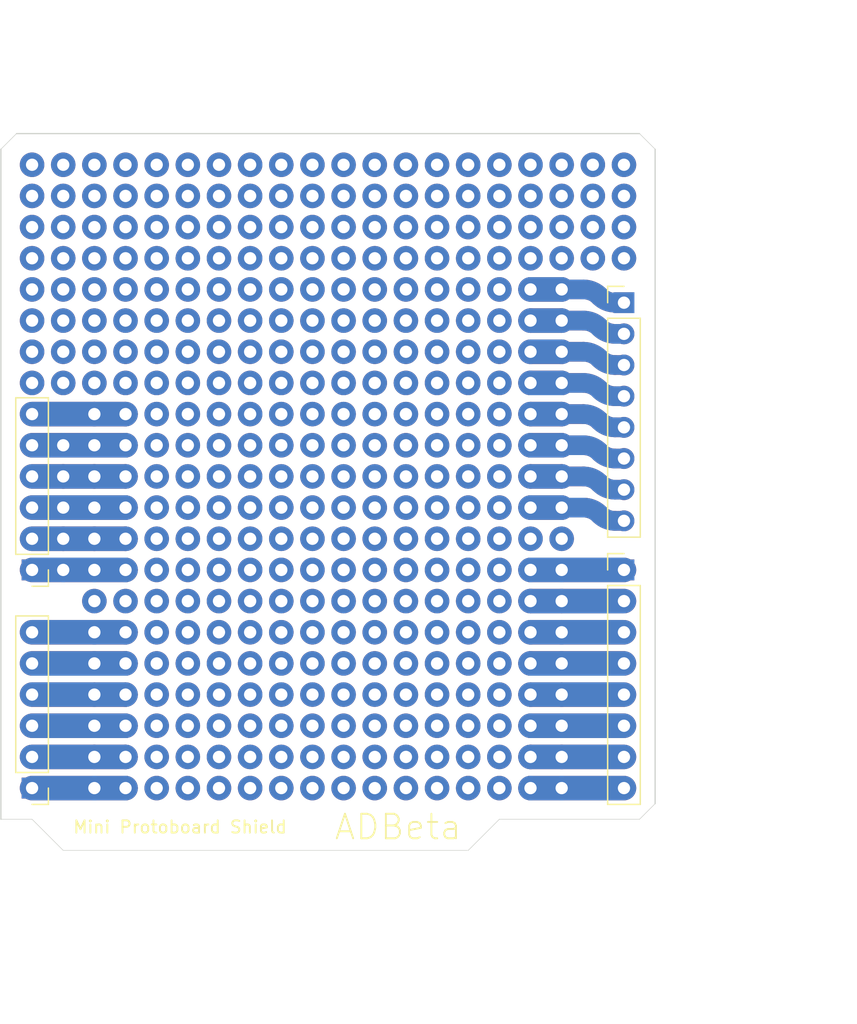
<source format=kicad_pcb>
(kicad_pcb (version 20211014) (generator pcbnew)
  (layers (0 "F.Cu" signal) (31 "B.Cu" signal) (34 "B.Paste" user) (35 "F.Paste" user) (36 "B.SilkS" user "B.Silkscreen") (37 "F.SilkS" user "F.Silkscreen") (38 "B.Mask" user) (39 "F.Mask" user) (44 "Edge.Cuts" user))
  (net 0 "")
  (net 1 "RST")
  (net 2 "3v3")
  (net 3 "5v")
  (net 4 "GND")
  (net 5 "VIN")
  (net 6 "A5")
  (net 7 "A4")
  (net 8 "A3")
  (net 9 "A2")
  (net 10 "A1")
  (net 11 "A0")
  (net 12 "8")
  (net 13 "9")
  (net 14 "10")
  (net 15 "11")
  (net 16 "12")
  (net 17 "13")
  (net 18 "AREF")
  (net 19 "7")
  (net 20 "6")
  (net 21 "5")
  (net 22 "4")
  (net 23 "3")
  (net 24 "2")
  (net 25 "TX")
  (net 26 "RX")
  (net 27 "GND2")
  (net 28 "GND3")
  (footprint "Lib_Custom:BasicHole" (layer "F.Cu") (at 111.76 60.96)
    (fp_text reference "J25" hide)
    (fp_text value "Hole" hide)
  )
  (footprint "Lib_Custom:BasicHole" (layer "F.Cu") (at 109.22 63.5)
    (fp_text reference "J26" hide)
    (fp_text value "Hole" hide)
  )
  (footprint "Lib_Custom:BasicHole" (layer "F.Cu") (at 109.22 66.04)
    (fp_text reference "J27" hide)
    (fp_text value "Hole" hide)
  )
  (footprint "Lib_Custom:BasicHole" (layer "F.Cu") (at 109.22 68.58)
    (fp_text reference "J28" hide)
    (fp_text value "Hole" hide)
  )
  (footprint "Lib_Custom:BasicHole" (layer "F.Cu") (at 109.22 71.12)
    (fp_text reference "J29" hide)
    (fp_text value "Hole" hide)
  )
  (footprint "Lib_Custom:BasicHole" (layer "F.Cu") (at 109.22 73.66)
    (fp_text reference "J30" hide)
    (fp_text value "Hole" hide)
  )
  (footprint "Lib_Custom:BasicHole" (layer "F.Cu") (at 109.22 78.74)
    (fp_text reference "J3" hide)
    (fp_text value "Hole" hide)
  )
  (footprint "Lib_Custom:BasicHole" (layer "F.Cu") (at 109.22 81.28)
    (fp_text reference "J4" hide)
    (fp_text value "Hole" hide)
  )
  (footprint "Lib_Custom:BasicHole" (layer "F.Cu") (at 109.22 83.82)
    (fp_text reference "J5" hide)
    (fp_text value "Hole" hide)
  )
  (footprint "Lib_Custom:BasicHole" (layer "F.Cu") (at 109.22 86.36)
    (fp_text reference "J6" hide)
    (fp_text value "Hole" hide)
  )
  (footprint "Lib_Custom:BasicHole" (layer "F.Cu") (at 109.22 88.9)
    (fp_text reference "J7" hide)
    (fp_text value "Hole" hide)
  )
  (footprint "Lib_Custom:BasicHole" (layer "F.Cu") (at 109.22 91.44)
    (fp_text reference "J8" hide)
    (fp_text value "Hole" hide)
  )
  (footprint "Lib_Custom:BasicHole" (layer "F.Cu") (at 109.22 60.96)
    (fp_text reference "J31" hide)
    (fp_text value "Hole" hide)
  )
  (footprint "Lib_Custom:BasicHole" (layer "F.Cu") (at 111.76 63.5)
    (fp_text reference "J32" hide)
    (fp_text value "Hole" hide)
  )
  (footprint "Lib_Custom:BasicHole" (layer "F.Cu") (at 111.76 66.04)
    (fp_text reference "J33" hide)
    (fp_text value "Hole" hide)
  )
  (footprint "Lib_Custom:BasicHole" (layer "F.Cu") (at 111.76 68.58)
    (fp_text reference "J34" hide)
    (fp_text value "Hole" hide)
  )
  (footprint "Lib_Custom:BasicHole" (layer "F.Cu") (at 111.76 71.12)
    (fp_text reference "J35" hide)
    (fp_text value "Hole" hide)
  )
  (footprint "Lib_Custom:BasicHole" (layer "F.Cu") (at 111.76 73.66)
    (fp_text reference "J36" hide)
    (fp_text value "Hole" hide)
  )
  (footprint "Lib_Custom:BasicHole" (layer "F.Cu") (at 111.76 78.74)
    (fp_text reference "J37" hide)
    (fp_text value "Hole" hide)
  )
  (footprint "Lib_Custom:BasicHole" (layer "F.Cu") (at 111.76 81.28)
    (fp_text reference "J38" hide)
    (fp_text value "Hole" hide)
  )
  (footprint "Lib_Custom:BasicHole" (layer "F.Cu") (at 111.76 83.82)
    (fp_text reference "J39" hide)
    (fp_text value "Hole" hide)
  )
  (footprint "Lib_Custom:BasicHole" (layer "F.Cu") (at 111.76 86.36)
    (fp_text reference "J40" hide)
    (fp_text value "Hole" hide)
  )
  (footprint "Lib_Custom:BasicHole" (layer "F.Cu") (at 111.76 88.9)
    (fp_text reference "J41" hide)
    (fp_text value "Hole" hide)
  )
  (footprint "Lib_Custom:BasicHole" (layer "F.Cu") (at 111.76 91.44)
    (fp_text reference "J42" hide)
    (fp_text value "Hole" hide)
  )
  (footprint "Connector_PinHeader_2.54mm:PinHeader_1x06_P2.54mm_Vertical" (layer "F.Cu") (at 104.14 73.66 180)
    (fp_text reference "J1" hide)
    (fp_text value "Voltage" hide)
  )
  (footprint "Connector_PinHeader_2.54mm:PinHeader_1x08_P2.54mm_Vertical" (layer "F.Cu") (at 152.4 73.66)
    (fp_text reference "U97" hide)
    (fp_text value "D0-7" hide)
  )
  (footprint "Connector_PinHeader_2.54mm:PinHeader_1x06_P2.54mm_Vertical" (layer "F.Cu") (at 104.14 91.44 180)
    (fp_text reference "J2" hide)
    (fp_text value "Analog" hide)
  )
  (footprint "Connector_PinHeader_2.54mm:PinHeader_1x08_P2.54mm_Vertical" (layer "F.Cu") (at 152.4 51.88)
    (fp_text reference "U96" hide)
    (fp_text value "D8-13" hide)
  )
  (footprint "Lib_Custom:BasicHole" (layer "F.Cu") (at 147.32 66.04)
    (fp_text reference "J15" hide)
    (fp_text value "Hole" hide)
  )
  (footprint "Lib_Custom:BasicHole" (layer "F.Cu") (at 144.78 76.2)
    (fp_text reference "J52" hide)
    (fp_text value "Hole" hide)
  )
  (footprint "Lib_Custom:BasicHole" (layer "F.Cu") (at 144.78 50.8)
    (fp_text reference "J43" hide)
    (fp_text value "Hole" hide)
  )
  (footprint "Lib_Custom:BasicHole" (layer "F.Cu") (at 144.78 83.82)
    (fp_text reference "J21" hide)
    (fp_text value "Hole" hide)
  )
  (footprint "Lib_Custom:BasicHole" (layer "F.Cu") (at 144.78 53.34)
    (fp_text reference "J10" hide)
    (fp_text value "Hole" hide)
  )
  (footprint "Lib_Custom:BasicHole" (layer "F.Cu") (at 144.78 86.36)
    (fp_text reference "J56" hide)
    (fp_text value "Hole" hide)
  )
  (footprint "Lib_Custom:BasicHole" (layer "F.Cu") (at 147.32 78.74)
    (fp_text reference "J53" hide)
    (fp_text value "Hole" hide)
  )
  (footprint "Lib_Custom:BasicHole" (layer "F.Cu") (at 144.78 58.42)
    (fp_text reference "J46" hide)
    (fp_text value "Hole" hide)
  )
  (footprint "Lib_Custom:BasicHole" (layer "F.Cu") (at 147.32 55.88)
    (fp_text reference "J11" hide)
    (fp_text value "Hole" hide)
  )
  (footprint "Lib_Custom:BasicHole" (layer "F.Cu") (at 144.78 73.66)
    (fp_text reference "J17" hide)
    (fp_text value "Hole" hide)
  )
  (footprint "Lib_Custom:BasicHole" (layer "F.Cu") (at 144.78 60.96)
    (fp_text reference "J47" hide)
    (fp_text value "Hole" hide)
  )
  (footprint "Lib_Custom:BasicHole" (layer "F.Cu") (at 147.32 63.5)
    (fp_text reference "J48" hide)
    (fp_text value "Hole" hide)
  )
  (footprint "Lib_Custom:BasicHole" (layer "F.Cu") (at 144.78 91.44)
    (fp_text reference "J58" hide)
    (fp_text value "Hole" hide)
  )
  (footprint "Lib_Custom:BasicHole" (layer "F.Cu") (at 147.32 83.82)
    (fp_text reference "J55" hide)
    (fp_text value "Hole" hide)
  )
  (footprint "Lib_Custom:BasicHole" (layer "F.Cu") (at 144.78 66.04)
    (fp_text reference "J49" hide)
    (fp_text value "Hole" hide)
  )
  (footprint "Lib_Custom:BasicHole" (layer "F.Cu") (at 144.78 63.5)
    (fp_text reference "J14" hide)
    (fp_text value "Hole" hide)
  )
  (footprint "Lib_Custom:BasicHole" (layer "F.Cu") (at 147.32 73.66)
    (fp_text reference "J51" hide)
    (fp_text value "Hole" hide)
  )
  (footprint "Lib_Custom:BasicHole" (layer "F.Cu") (at 147.32 50.8)
    (fp_text reference "J9" hide)
    (fp_text value "Hole" hide)
  )
  (footprint "Lib_Custom:BasicHole" (layer "F.Cu") (at 144.78 88.9)
    (fp_text reference "J57" hide)
    (fp_text value "Hole" hide)
  )
  (footprint "Lib_Custom:BasicHole" (layer "F.Cu") (at 144.78 81.28)
    (fp_text reference "J54" hide)
    (fp_text value "Hole" hide)
  )
  (footprint "Lib_Custom:BasicHole" (layer "F.Cu") (at 147.32 81.28)
    (fp_text reference "J20" hide)
    (fp_text value "Hole" hide)
  )
  (footprint "Lib_Custom:BasicHole" (layer "F.Cu") (at 147.32 68.58)
    (fp_text reference "J16" hide)
    (fp_text value "Hole" hide)
  )
  (footprint "Lib_Custom:BasicHole" (layer "F.Cu") (at 147.32 76.2)
    (fp_text reference "J18" hide)
    (fp_text value "Hole" hide)
  )
  (footprint "Lib_Custom:BasicHole" (layer "F.Cu") (at 147.32 60.96)
    (fp_text reference "J13" hide)
    (fp_text value "Hole" hide)
  )
  (footprint "Lib_Custom:BasicHole" (layer "F.Cu") (at 147.32 58.42)
    (fp_text reference "J12" hide)
    (fp_text value "Hole" hide)
  )
  (footprint "Lib_Custom:BasicHole" (layer "F.Cu") (at 144.78 55.88)
    (fp_text reference "J45" hide)
    (fp_text value "Hole" hide)
  )
  (footprint "Lib_Custom:BasicHole" (layer "F.Cu") (at 147.32 53.34)
    (fp_text reference "J44" hide)
    (fp_text value "Hole" hide)
  )
  (footprint "Lib_Custom:BasicHole" (layer "F.Cu") (at 144.78 68.58)
    (fp_text reference "J50" hide)
    (fp_text value "Hole" hide)
  )
  (footprint "Lib_Custom:BasicHole" (layer "F.Cu") (at 147.32 91.44)
    (fp_text reference "J24" hide)
    (fp_text value "Hole" hide)
  )
  (footprint "Lib_Custom:BasicHole" (layer "F.Cu") (at 147.32 88.9)
    (fp_text reference "J23" hide)
    (fp_text value "Hole" hide)
  )
  (footprint "Lib_Custom:BasicHole" (layer "F.Cu") (at 147.32 86.36)
    (fp_text reference "J22" hide)
    (fp_text value "Hole" hide)
  )
  (footprint "Lib_Custom:BasicHole" (layer "F.Cu") (at 144.78 78.74)
    (fp_text reference "J19" hide)
    (fp_text value "Hole" hide)
  )
  (footprint "Lib_Custom:BasicHole" (layer "F.Cu") (at 127 66.04)
    (fp_text reference "J64" hide)
    (fp_text value "Hole" hide)
  )
  (footprint "Lib_Custom:BasicHole" (layer "F.Cu") (at 121.92 63.5)
    (fp_text reference "J65" hide)
    (fp_text value "Hole" hide)
  )
  (footprint "Lib_Custom:BasicHole" (layer "F.Cu") (at 132.08 60.96)
    (fp_text reference "J66" hide)
    (fp_text value "Hole" hide)
  )
  (footprint "Lib_Custom:BasicHole" (layer "F.Cu") (at 116.84 66.04)
    (fp_text reference "J67" hide)
    (fp_text value "Hole" hide)
  )
  (footprint "Lib_Custom:BasicHole" (layer "F.Cu") (at 124.46 63.5)
    (fp_text reference "J77" hide)
    (fp_text value "Hole" hide)
  )
  (footprint "Lib_Custom:BasicHole" (layer "F.Cu") (at 134.62 66.04)
    (fp_text reference "U4" hide)
    (fp_text value "Hole" hide)
  )
  (footprint "Lib_Custom:BasicHole" (layer "F.Cu") (at 129.54 55.88)
    (fp_text reference "U5" hide)
    (fp_text value "Hole" hide)
  )
  (footprint "Lib_Custom:BasicHole" (layer "F.Cu") (at 116.84 63.5)
    (fp_text reference "U6" hide)
    (fp_text value "Hole" hide)
  )
  (footprint "Lib_Custom:BasicHole" (layer "F.Cu") (at 132.08 66.04)
    (fp_text reference "U19" hide)
    (fp_text value "Hole" hide)
  )
  (footprint "Lib_Custom:BasicHole" (layer "F.Cu") (at 129.54 66.04)
    (fp_text reference "U20" hide)
    (fp_text value "Hole" hide)
  )
  (footprint "Lib_Custom:BasicHole" (layer "F.Cu") (at 132.08 55.88)
    (fp_text reference "U21" hide)
    (fp_text value "Hole" hide)
  )
  (footprint "Lib_Custom:BasicHole" (layer "F.Cu") (at 119.38 58.42)
    (fp_text reference "U22" hide)
    (fp_text value "Hole" hide)
  )
  (footprint "Lib_Custom:BasicHole" (layer "F.Cu") (at 119.38 63.5)
    (fp_text reference "U35" hide)
    (fp_text value "Hole" hide)
  )
  (footprint "Lib_Custom:BasicHole" (layer "F.Cu") (at 124.46 66.04)
    (fp_text reference "U36" hide)
    (fp_text value "Hole" hide)
  )
  (footprint "Lib_Custom:BasicHole" (layer "F.Cu") (at 119.38 66.04)
    (fp_text reference "U37" hide)
    (fp_text value "Hole" hide)
  )
  (footprint "Lib_Custom:BasicHole" (layer "F.Cu") (at 127 55.88)
    (fp_text reference "U38" hide)
    (fp_text value "Hole" hide)
  )
  (footprint "Lib_Custom:BasicHole" (layer "F.Cu") (at 121.92 55.88)
    (fp_text reference "U51" hide)
    (fp_text value "Hole" hide)
  )
  (footprint "Lib_Custom:BasicHole" (layer "F.Cu") (at 119.38 60.96)
    (fp_text reference "U52" hide)
    (fp_text value "Hole" hide)
  )
  (footprint "Lib_Custom:BasicHole" (layer "F.Cu") (at 121.92 60.96)
    (fp_text reference "U53" hide)
    (fp_text value "Hole" hide)
  )
  (footprint "Lib_Custom:BasicHole" (layer "F.Cu") (at 129.54 63.5)
    (fp_text reference "U54" hide)
    (fp_text value "Hole" hide)
  )
  (footprint "Lib_Custom:BasicHole" (layer "F.Cu") (at 121.92 66.04)
    (fp_text reference "U66" hide)
    (fp_text value "Hole" hide)
  )
  (footprint "Lib_Custom:BasicHole" (layer "F.Cu") (at 119.38 50.8)
    (fp_text reference "U67" hide)
    (fp_text value "Hole" hide)
  )
  (footprint "Lib_Custom:BasicHole" (layer "F.Cu") (at 119.38 55.88)
    (fp_text reference "U68" hide)
    (fp_text value "Hole" hide)
  )
  (footprint "Lib_Custom:BasicHole" (layer "F.Cu") (at 119.38 53.34)
    (fp_text reference "U69" hide)
    (fp_text value "Hole" hide)
  )
  (footprint "Lib_Custom:BasicHole" (layer "F.Cu") (at 121.92 58.42)
    (fp_text reference "U81" hide)
    (fp_text value "Hole" hide)
  )
  (footprint "Lib_Custom:BasicHole" (layer "F.Cu") (at 124.46 60.96)
    (fp_text reference "U82" hide)
    (fp_text value "Hole" hide)
  )
  (footprint "Lib_Custom:BasicHole" (layer "F.Cu") (at 127 63.5)
    (fp_text reference "U83" hide)
    (fp_text value "Hole" hide)
  )
  (footprint "Lib_Custom:BasicHole" (layer "F.Cu") (at 119.38 68.58)
    (fp_text reference "U84" hide)
    (fp_text value "Hole" hide)
  )
  (footprint "Lib_Custom:BasicHole" (layer "F.Cu") (at 116.84 50.8)
    (fp_text reference "U98" hide)
    (fp_text value "Hole" hide)
  )
  (footprint "Lib_Custom:BasicHole" (layer "F.Cu") (at 139.7 53.34)
    (fp_text reference "U99" hide)
    (fp_text value "Hole" hide)
  )
  (footprint "Lib_Custom:BasicHole" (layer "F.Cu") (at 124.46 55.88)
    (fp_text reference "U100" hide)
    (fp_text value "Hole" hide)
  )
  (footprint "Lib_Custom:BasicHole" (layer "F.Cu") (at 129.54 58.42)
    (fp_text reference "U101" hide)
    (fp_text value "Hole" hide)
  )
  (footprint "Lib_Custom:BasicHole" (layer "F.Cu") (at 127 60.96)
    (fp_text reference "U113" hide)
    (fp_text value "Hole" hide)
  )
  (footprint "Lib_Custom:BasicHole" (layer "F.Cu") (at 134.62 63.5)
    (fp_text reference "U114" hide)
    (fp_text value "Hole" hide)
  )
  (footprint "Lib_Custom:BasicHole" (layer "F.Cu") (at 132.08 63.5)
    (fp_text reference "U115" hide)
    (fp_text value "Hole" hide)
  )
  (footprint "Lib_Custom:BasicHole" (layer "F.Cu") (at 121.92 50.8)
    (fp_text reference "U116" hide)
    (fp_text value "Hole" hide)
  )
  (footprint "Lib_Custom:BasicHole" (layer "F.Cu") (at 127 53.34)
    (fp_text reference "U128" hide)
    (fp_text value "Hole" hide)
  )
  (footprint "Lib_Custom:BasicHole" (layer "F.Cu") (at 137.16 53.34)
    (fp_text reference "U129" hide)
    (fp_text value "Hole" hide)
  )
  (footprint "Lib_Custom:BasicHole" (layer "F.Cu") (at 127 58.42)
    (fp_text reference "U130" hide)
    (fp_text value "Hole" hide)
  )
  (footprint "Lib_Custom:BasicHole" (layer "F.Cu") (at 129.54 60.96)
    (fp_text reference "U131" hide)
    (fp_text value "Hole" hide)
  )
  (footprint "Lib_Custom:BasicHole" (layer "F.Cu") (at 137.16 63.5)
    (fp_text reference "U143" hide)
    (fp_text value "Hole" hide)
  )
  (footprint "Lib_Custom:BasicHole" (layer "F.Cu") (at 139.7 68.58)
    (fp_text reference "U144" hide)
    (fp_text value "Hole" hide)
  )
  (footprint "Lib_Custom:BasicHole" (layer "F.Cu") (at 124.46 50.8)
    (fp_text reference "U145" hide)
    (fp_text value "Hole" hide)
  )
  (footprint "Lib_Custom:BasicHole" (layer "F.Cu") (at 134.62 53.34)
    (fp_text reference "U146" hide)
    (fp_text value "Hole" hide)
  )
  (footprint "Lib_Custom:BasicHole" (layer "F.Cu") (at 121.92 53.34)
    (fp_text reference "U158" hide)
    (fp_text value "Hole" hide)
  )
  (footprint "Lib_Custom:BasicHole" (layer "F.Cu") (at 124.46 58.42)
    (fp_text reference "U159" hide)
    (fp_text value "Hole" hide)
  )
  (footprint "Lib_Custom:BasicHole" (layer "F.Cu") (at 134.62 60.96)
    (fp_text reference "U160" hide)
    (fp_text value "Hole" hide)
  )
  (footprint "Lib_Custom:BasicHole" (layer "F.Cu") (at 137.16 66.04)
    (fp_text reference "U161" hide)
    (fp_text value "Hole" hide)
  )
  (footprint "Lib_Custom:BasicHole" (layer "F.Cu") (at 134.62 68.58)
    (fp_text reference "U173" hide)
    (fp_text value "Hole" hide)
  )
  (footprint "Lib_Custom:BasicHole" (layer "F.Cu") (at 127 50.8)
    (fp_text reference "U174" hide)
    (fp_text value "Hole" hide)
  )
  (footprint "Lib_Custom:BasicHole" (layer "F.Cu") (at 134.62 50.8)
    (fp_text reference "U175" hide)
    (fp_text value "Hole" hide)
  )
  (footprint "Lib_Custom:BasicHole" (layer "F.Cu") (at 134.62 55.88)
    (fp_text reference "U176" hide)
    (fp_text value "Hole" hide)
  )
  (footprint "Lib_Custom:BasicHole" (layer "F.Cu") (at 134.62 58.42)
    (fp_text reference "U188" hide)
    (fp_text value "Hole" hide)
  )
  (footprint "Lib_Custom:BasicHole" (layer "F.Cu") (at 137.16 60.96)
    (fp_text reference "U189" hide)
    (fp_text value "Hole" hide)
  )
  (footprint "Lib_Custom:BasicHole" (layer "F.Cu") (at 121.92 68.58)
    (fp_text reference "U190" hide)
    (fp_text value "Hole" hide)
  )
  (footprint "Lib_Custom:BasicHole" (layer "F.Cu") (at 129.54 68.58)
    (fp_text reference "U191" hide)
    (fp_text value "Hole" hide)
  )
  (footprint "Lib_Custom:BasicHole" (layer "F.Cu") (at 129.54 50.8)
    (fp_text reference "U203" hide)
    (fp_text value "Hole" hide)
  )
  (footprint "Lib_Custom:BasicHole" (layer "F.Cu") (at 129.54 53.34)
    (fp_text reference "U204" hide)
    (fp_text value "Hole" hide)
  )
  (footprint "Lib_Custom:BasicHole" (layer "F.Cu") (at 116.84 55.88)
    (fp_text reference "U205" hide)
    (fp_text value "Hole" hide)
  )
  (footprint "Lib_Custom:BasicHole" (layer "F.Cu") (at 137.16 58.42)
    (fp_text reference "U206" hide)
    (fp_text value "Hole" hide)
  )
  (footprint "Lib_Custom:BasicHole" (layer "F.Cu") (at 139.7 66.04)
    (fp_text reference "U218" hide)
    (fp_text value "Hole" hide)
  )
  (footprint "Lib_Custom:BasicHole" (layer "F.Cu") (at 116.84 68.58)
    (fp_text reference "U219" hide)
    (fp_text value "Hole" hide)
  )
  (footprint "Lib_Custom:BasicHole" (layer "F.Cu") (at 132.08 68.58)
    (fp_text reference "U220" hide)
    (fp_text value "Hole" hide)
  )
  (footprint "Lib_Custom:BasicHole" (layer "F.Cu") (at 132.08 50.8)
    (fp_text reference "U221" hide)
    (fp_text value "Hole" hide)
  )
  (footprint "Lib_Custom:BasicHole" (layer "F.Cu") (at 132.08 53.34)
    (fp_text reference "U233" hide)
    (fp_text value "Hole" hide)
  )
  (footprint "Lib_Custom:BasicHole" (layer "F.Cu") (at 137.16 55.88)
    (fp_text reference "U234" hide)
    (fp_text value "Hole" hide)
  )
  (footprint "Lib_Custom:BasicHole" (layer "F.Cu") (at 132.08 58.42)
    (fp_text reference "U235" hide)
    (fp_text value "Hole" hide)
  )
  (footprint "Lib_Custom:BasicHole" (layer "F.Cu") (at 139.7 63.5)
    (fp_text reference "U236" hide)
    (fp_text value "Hole" hide)
  )
  (footprint "Lib_Custom:BasicHole" (layer "F.Cu") (at 124.46 68.58)
    (fp_text reference "U248" hide)
    (fp_text value "Hole" hide)
  )
  (footprint "Lib_Custom:BasicHole" (layer "F.Cu") (at 137.16 68.58)
    (fp_text reference "U249" hide)
    (fp_text value "Hole" hide)
  )
  (footprint "Lib_Custom:BasicHole" (layer "F.Cu") (at 124.46 53.34)
    (fp_text reference "U250" hide)
    (fp_text value "Hole" hide)
  )
  (footprint "Lib_Custom:BasicHole" (layer "F.Cu") (at 139.7 50.8)
    (fp_text reference "U251" hide)
    (fp_text value "Hole" hide)
  )
  (footprint "Lib_Custom:BasicHole" (layer "F.Cu") (at 139.7 55.88)
    (fp_text reference "U263" hide)
    (fp_text value "Hole" hide)
  )
  (footprint "Lib_Custom:BasicHole" (layer "F.Cu") (at 139.7 58.42)
    (fp_text reference "U264" hide)
    (fp_text value "Hole" hide)
  )
  (footprint "Lib_Custom:BasicHole" (layer "F.Cu") (at 139.7 60.96)
    (fp_text reference "U265" hide)
    (fp_text value "Hole" hide)
  )
  (footprint "Lib_Custom:BasicHole" (layer "F.Cu") (at 127 68.58)
    (fp_text reference "U266" hide)
    (fp_text value "Hole" hide)
  )
  (footprint "Lib_Custom:BasicHole" (layer "F.Cu") (at 137.16 50.8)
    (fp_text reference "U278" hide)
    (fp_text value "Hole" hide)
  )
  (footprint "Lib_Custom:BasicHole" (layer "F.Cu") (at 116.84 53.34)
    (fp_text reference "U279" hide)
    (fp_text value "Hole" hide)
  )
  (footprint "Lib_Custom:BasicHole" (layer "F.Cu") (at 116.84 58.42)
    (fp_text reference "U280" hide)
    (fp_text value "Hole" hide)
  )
  (footprint "Lib_Custom:BasicHole" (layer "F.Cu") (at 116.84 60.96)
    (fp_text reference "U281" hide)
    (fp_text value "Hole" hide)
  )
  (footprint "Lib_Custom:BasicHole" (layer "F.Cu") (at 137.16 71.12)
    (fp_text reference "J68" hide)
    (fp_text value "Hole" hide)
  )
  (footprint "Lib_Custom:BasicHole" (layer "F.Cu") (at 116.84 76.2)
    (fp_text reference "J69" hide)
    (fp_text value "Hole" hide)
  )
  (footprint "Lib_Custom:BasicHole" (layer "F.Cu") (at 116.84 71.12)
    (fp_text reference "J70" hide)
    (fp_text value "Hole" hide)
  )
  (footprint "Lib_Custom:BasicHole" (layer "F.Cu") (at 121.92 76.2)
    (fp_text reference "J71" hide)
    (fp_text value "Hole" hide)
  )
  (footprint "Lib_Custom:BasicHole" (layer "F.Cu") (at 127 73.66)
    (fp_text reference "U7" hide)
    (fp_text value "Hole" hide)
  )
  (footprint "Lib_Custom:BasicHole" (layer "F.Cu") (at 134.62 71.12)
    (fp_text reference "U8" hide)
    (fp_text value "Hole" hide)
  )
  (footprint "Lib_Custom:BasicHole" (layer "F.Cu") (at 127 81.28)
    (fp_text reference "U9" hide)
    (fp_text value "Hole" hide)
  )
  (footprint "Lib_Custom:BasicHole" (layer "F.Cu") (at 119.38 81.28)
    (fp_text reference "U10" hide)
    (fp_text value "Hole" hide)
  )
  (footprint "Lib_Custom:BasicHole" (layer "F.Cu") (at 124.46 73.66)
    (fp_text reference "U23" hide)
    (fp_text value "Hole" hide)
  )
  (footprint "Lib_Custom:BasicHole" (layer "F.Cu") (at 119.38 71.12)
    (fp_text reference "U24" hide)
    (fp_text value "Hole" hide)
  )
  (footprint "Lib_Custom:BasicHole" (layer "F.Cu") (at 121.92 78.74)
    (fp_text reference "U25" hide)
    (fp_text value "Hole" hide)
  )
  (footprint "Lib_Custom:BasicHole" (layer "F.Cu") (at 124.46 81.28)
    (fp_text reference "U26" hide)
    (fp_text value "Hole" hide)
  )
  (footprint "Lib_Custom:BasicHole" (layer "F.Cu") (at 119.38 76.2)
    (fp_text reference "U39" hide)
    (fp_text value "Hole" hide)
  )
  (footprint "Lib_Custom:BasicHole" (layer "F.Cu") (at 121.92 73.66)
    (fp_text reference "U40" hide)
    (fp_text value "Hole" hide)
  )
  (footprint "Lib_Custom:BasicHole" (layer "F.Cu") (at 121.92 71.12)
    (fp_text reference "U41" hide)
    (fp_text value "Hole" hide)
  )
  (footprint "Lib_Custom:BasicHole" (layer "F.Cu") (at 127 83.82)
    (fp_text reference "U42" hide)
    (fp_text value "Hole" hide)
  )
  (footprint "Lib_Custom:BasicHole" (layer "F.Cu") (at 121.92 83.82)
    (fp_text reference "U55" hide)
    (fp_text value "Hole" hide)
  )
  (footprint "Lib_Custom:BasicHole" (layer "F.Cu") (at 124.46 78.74)
    (fp_text reference "U56" hide)
    (fp_text value "Hole" hide)
  )
  (footprint "Lib_Custom:BasicHole" (layer "F.Cu") (at 129.54 78.74)
    (fp_text reference "U57" hide)
    (fp_text value "Hole" hide)
  )
  (footprint "Lib_Custom:BasicHole" (layer "F.Cu") (at 119.38 73.66)
    (fp_text reference "U58" hide)
    (fp_text value "Hole" hide)
  )
  (footprint "Lib_Custom:BasicHole" (layer "F.Cu") (at 139.7 71.12)
    (fp_text reference "U70" hide)
    (fp_text value "Hole" hide)
  )
  (footprint "Lib_Custom:BasicHole" (layer "F.Cu") (at 124.46 88.9)
    (fp_text reference "U71" hide)
    (fp_text value "Hole" hide)
  )
  (footprint "Lib_Custom:BasicHole" (layer "F.Cu") (at 124.46 83.82)
    (fp_text reference "U72" hide)
    (fp_text value "Hole" hide)
  )
  (footprint "Lib_Custom:BasicHole" (layer "F.Cu") (at 121.92 81.28)
    (fp_text reference "U73" hide)
    (fp_text value "Hole" hide)
  )
  (footprint "Lib_Custom:BasicHole" (layer "F.Cu") (at 127 78.74)
    (fp_text reference "U85" hide)
    (fp_text value "Hole" hide)
  )
  (footprint "Lib_Custom:BasicHole" (layer "F.Cu") (at 116.84 78.74)
    (fp_text reference "U86" hide)
    (fp_text value "Hole" hide)
  )
  (footprint "Lib_Custom:BasicHole" (layer "F.Cu") (at 124.46 71.12)
    (fp_text reference "U87" hide)
    (fp_text value "Hole" hide)
  )
  (footprint "Lib_Custom:BasicHole" (layer "F.Cu") (at 132.08 71.12)
    (fp_text reference "U88" hide)
    (fp_text value "Hole" hide)
  )
  (footprint "Lib_Custom:BasicHole" (layer "F.Cu") (at 124.46 86.36)
    (fp_text reference "U102" hide)
    (fp_text value "Hole" hide)
  )
  (footprint "Lib_Custom:BasicHole" (layer "F.Cu") (at 129.54 88.9)
    (fp_text reference "U103" hide)
    (fp_text value "Hole" hide)
  )
  (footprint "Lib_Custom:BasicHole" (layer "F.Cu") (at 116.84 83.82)
    (fp_text reference "U104" hide)
    (fp_text value "Hole" hide)
  )
  (footprint "Lib_Custom:BasicHole" (layer "F.Cu") (at 119.38 78.74)
    (fp_text reference "U105" hide)
    (fp_text value "Hole" hide)
  )
  (footprint "Lib_Custom:BasicHole" (layer "F.Cu") (at 124.46 76.2)
    (fp_text reference "U117" hide)
    (fp_text value "Hole" hide)
  )
  (footprint "Lib_Custom:BasicHole" (layer "F.Cu") (at 134.62 76.2)
    (fp_text reference "U118" hide)
    (fp_text value "Hole" hide)
  )
  (footprint "Lib_Custom:BasicHole" (layer "F.Cu") (at 127 71.12)
    (fp_text reference "U119" hide)
    (fp_text value "Hole" hide)
  )
  (footprint "Lib_Custom:BasicHole" (layer "F.Cu") (at 127 88.9)
    (fp_text reference "U120" hide)
    (fp_text value "Hole" hide)
  )
  (footprint "Lib_Custom:BasicHole" (layer "F.Cu") (at 127 86.36)
    (fp_text reference "U132" hide)
    (fp_text value "Hole" hide)
  )
  (footprint "Lib_Custom:BasicHole" (layer "F.Cu") (at 116.84 81.28)
    (fp_text reference "U133" hide)
    (fp_text value "Hole" hide)
  )
  (footprint "Lib_Custom:BasicHole" (layer "F.Cu") (at 132.08 78.74)
    (fp_text reference "U134" hide)
    (fp_text value "Hole" hide)
  )
  (footprint "Lib_Custom:BasicHole" (layer "F.Cu") (at 134.62 78.74)
    (fp_text reference "U135" hide)
    (fp_text value "Hole" hide)
  )
  (footprint "Lib_Custom:BasicHole" (layer "F.Cu") (at 139.7 76.2)
    (fp_text reference "U147" hide)
    (fp_text value "Hole" hide)
  )
  (footprint "Lib_Custom:BasicHole" (layer "F.Cu") (at 129.54 71.12)
    (fp_text reference "U148" hide)
    (fp_text value "Hole" hide)
  )
  (footprint "Lib_Custom:BasicHole" (layer "F.Cu") (at 127 91.44)
    (fp_text reference "U149" hide)
    (fp_text value "Hole" hide)
  )
  (footprint "Lib_Custom:BasicHole" (layer "F.Cu") (at 129.54 83.82)
    (fp_text reference "U150" hide)
    (fp_text value "Hole" hide)
  )
  (footprint "Lib_Custom:BasicHole" (layer "F.Cu") (at 132.08 83.82)
    (fp_text reference "U162" hide)
    (fp_text value "Hole" hide)
  )
  (footprint "Lib_Custom:BasicHole" (layer "F.Cu") (at 129.54 81.28)
    (fp_text reference "U163" hide)
    (fp_text value "Hole" hide)
  )
  (footprint "Lib_Custom:BasicHole" (layer "F.Cu") (at 137.16 83.82)
    (fp_text reference "U164" hide)
    (fp_text value "Hole" hide)
  )
  (footprint "Lib_Custom:BasicHole" (layer "F.Cu") (at 127 76.2)
    (fp_text reference "U165" hide)
    (fp_text value "Hole" hide)
  )
  (footprint "Lib_Custom:BasicHole" (layer "F.Cu") (at 132.08 73.66)
    (fp_text reference "U177" hide)
    (fp_text value "Hole" hide)
  )
  (footprint "Lib_Custom:BasicHole" (layer "F.Cu") (at 132.08 86.36)
    (fp_text reference "U178" hide)
    (fp_text value "Hole" hide)
  )
  (footprint "Lib_Custom:BasicHole" (layer "F.Cu") (at 134.62 88.9)
    (fp_text reference "U179" hide)
    (fp_text value "Hole" hide)
  )
  (footprint "Lib_Custom:BasicHole" (layer "F.Cu") (at 139.7 91.44)
    (fp_text reference "U180" hide)
    (fp_text value "Hole" hide)
  )
  (footprint "Lib_Custom:BasicHole" (layer "F.Cu") (at 139.7 86.36)
    (fp_text reference "U192" hide)
    (fp_text value "Hole" hide)
  )
  (footprint "Lib_Custom:BasicHole" (layer "F.Cu") (at 137.16 78.74)
    (fp_text reference "U193" hide)
    (fp_text value "Hole" hide)
  )
  (footprint "Lib_Custom:BasicHole" (layer "F.Cu") (at 137.16 73.66)
    (fp_text reference "U194" hide)
    (fp_text value "Hole" hide)
  )
  (footprint "Lib_Custom:BasicHole" (layer "F.Cu") (at 129.54 73.66)
    (fp_text reference "U195" hide)
    (fp_text value "Hole" hide)
  )
  (footprint "Lib_Custom:BasicHole" (layer "F.Cu") (at 129.54 91.44)
    (fp_text reference "U207" hide)
    (fp_text value "Hole" hide)
  )
  (footprint "Lib_Custom:BasicHole" (layer "F.Cu") (at 134.62 91.44)
    (fp_text reference "U208" hide)
    (fp_text value "Hole" hide)
  )
  (footprint "Lib_Custom:BasicHole" (layer "F.Cu") (at 139.7 88.9)
    (fp_text reference "U209" hide)
    (fp_text value "Hole" hide)
  )
  (footprint "Lib_Custom:BasicHole" (layer "F.Cu") (at 132.08 81.28)
    (fp_text reference "U210" hide)
    (fp_text value "Hole" hide)
  )
  (footprint "Lib_Custom:BasicHole" (layer "F.Cu") (at 132.08 76.2)
    (fp_text reference "U222" hide)
    (fp_text value "Hole" hide)
  )
  (footprint "Lib_Custom:BasicHole" (layer "F.Cu") (at 137.16 76.2)
    (fp_text reference "U223" hide)
    (fp_text value "Hole" hide)
  )
  (footprint "Lib_Custom:BasicHole" (layer "F.Cu") (at 134.62 73.66)
    (fp_text reference "U224" hide)
    (fp_text value "Hole" hide)
  )
  (footprint "Lib_Custom:BasicHole" (layer "F.Cu") (at 129.54 86.36)
    (fp_text reference "U225" hide)
    (fp_text value "Hole" hide)
  )
  (footprint "Lib_Custom:BasicHole" (layer "F.Cu") (at 134.62 86.36)
    (fp_text reference "U237" hide)
    (fp_text value "Hole" hide)
  )
  (footprint "Lib_Custom:BasicHole" (layer "F.Cu") (at 137.16 86.36)
    (fp_text reference "U238" hide)
    (fp_text value "Hole" hide)
  )
  (footprint "Lib_Custom:BasicHole" (layer "F.Cu") (at 137.16 81.28)
    (fp_text reference "U239" hide)
    (fp_text value "Hole" hide)
  )
  (footprint "Lib_Custom:BasicHole" (layer "F.Cu") (at 139.7 81.28)
    (fp_text reference "U240" hide)
    (fp_text value "Hole" hide)
  )
  (footprint "Lib_Custom:BasicHole" (layer "F.Cu") (at 129.54 76.2)
    (fp_text reference "U252" hide)
    (fp_text value "Hole" hide)
  )
  (footprint "Lib_Custom:BasicHole" (layer "F.Cu") (at 116.84 73.66)
    (fp_text reference "U253" hide)
    (fp_text value "Hole" hide)
  )
  (footprint "Lib_Custom:BasicHole" (layer "F.Cu") (at 132.08 88.9)
    (fp_text reference "U254" hide)
    (fp_text value "Hole" hide)
  )
  (footprint "Lib_Custom:BasicHole" (layer "F.Cu") (at 137.16 91.44)
    (fp_text reference "U255" hide)
    (fp_text value "Hole" hide)
  )
  (footprint "Lib_Custom:BasicHole" (layer "F.Cu") (at 134.62 83.82)
    (fp_text reference "U267" hide)
    (fp_text value "Hole" hide)
  )
  (footprint "Lib_Custom:BasicHole" (layer "F.Cu") (at 134.62 81.28)
    (fp_text reference "U268" hide)
    (fp_text value "Hole" hide)
  )
  (footprint "Lib_Custom:BasicHole" (layer "F.Cu") (at 139.7 78.74)
    (fp_text reference "U269" hide)
    (fp_text value "Hole" hide)
  )
  (footprint "Lib_Custom:BasicHole" (layer "F.Cu") (at 139.7 73.66)
    (fp_text reference "U270" hide)
    (fp_text value "Hole" hide)
  )
  (footprint "Lib_Custom:BasicHole" (layer "F.Cu") (at 132.08 91.44)
    (fp_text reference "U282" hide)
    (fp_text value "Hole" hide)
  )
  (footprint "Lib_Custom:BasicHole" (layer "F.Cu") (at 137.16 88.9)
    (fp_text reference "U283" hide)
    (fp_text value "Hole" hide)
  )
  (footprint "Lib_Custom:BasicHole" (layer "F.Cu") (at 119.38 83.82)
    (fp_text reference "U284" hide)
    (fp_text value "Hole" hide)
  )
  (footprint "Lib_Custom:BasicHole" (layer "F.Cu") (at 139.7 83.82)
    (fp_text reference "U285" hide)
    (fp_text value "Hole" hide)
  )
  (footprint "Lib_Custom:BasicHole" (layer "F.Cu") (at 116.84 86.36)
    (fp_text reference "J72" hide)
    (fp_text value "Hole" hide)
  )
  (footprint "Lib_Custom:BasicHole" (layer "F.Cu") (at 116.84 91.44)
    (fp_text reference "U11" hide)
    (fp_text value "Hole" hide)
  )
  (footprint "Lib_Custom:BasicHole" (layer "F.Cu") (at 116.84 88.9)
    (fp_text reference "U27" hide)
    (fp_text value "Hole" hide)
  )
  (footprint "Lib_Custom:BasicHole" (layer "F.Cu") (at 119.38 86.36)
    (fp_text reference "U43" hide)
    (fp_text value "Hole" hide)
  )
  (footprint "Lib_Custom:BasicHole" (layer "F.Cu") (at 119.38 91.44)
    (fp_text reference "U59" hide)
    (fp_text value "Hole" hide)
  )
  (footprint "Lib_Custom:BasicHole" (layer "F.Cu") (at 121.92 86.36)
    (fp_text reference "U74" hide)
    (fp_text value "Hole" hide)
  )
  (footprint "Lib_Custom:BasicHole" (layer "F.Cu") (at 119.38 88.9)
    (fp_text reference "U106" hide)
    (fp_text value "Hole" hide)
  )
  (footprint "Lib_Custom:BasicHole" (layer "F.Cu") (at 121.92 88.9)
    (fp_text reference "U121" hide)
    (fp_text value "Hole" hide)
  )
  (footprint "Lib_Custom:BasicHole" (layer "F.Cu") (at 121.92 91.44)
    (fp_text reference "U136" hide)
    (fp_text value "Hole" hide)
  )
  (footprint "Lib_Custom:BasicHole" (layer "F.Cu") (at 124.46 91.44)
    (fp_text reference "U89" hide)
    (fp_text value "Hole" hide)
  )
  (footprint "Lib_Custom:BasicHole" (layer "F.Cu") (at 119.38 45.72)
    (fp_text reference "J73" hide)
    (fp_text value "Hole" hide)
  )
  (footprint "Lib_Custom:BasicHole" (layer "F.Cu") (at 144.78 48.26)
    (fp_text reference "J74" hide)
    (fp_text value "Hole" hide)
  )
  (footprint "Lib_Custom:BasicHole" (layer "F.Cu") (at 132.08 43.18)
    (fp_text reference "J75" hide)
    (fp_text value "Hole" hide)
  )
  (footprint "Lib_Custom:BasicHole" (layer "F.Cu") (at 137.16 45.72)
    (fp_text reference "U12" hide)
    (fp_text value "Hole" hide)
  )
  (footprint "Lib_Custom:BasicHole" (layer "F.Cu") (at 124.46 48.26)
    (fp_text reference "U13" hide)
    (fp_text value "Hole" hide)
  )
  (footprint "Lib_Custom:BasicHole" (layer "F.Cu") (at 137.16 43.18)
    (fp_text reference "U14" hide)
    (fp_text value "Hole" hide)
  )
  (footprint "Lib_Custom:BasicHole" (layer "F.Cu") (at 134.62 48.26)
    (fp_text reference "U28" hide)
    (fp_text value "Hole" hide)
  )
  (footprint "Lib_Custom:BasicHole" (layer "F.Cu") (at 132.08 45.72)
    (fp_text reference "U29" hide)
    (fp_text value "Hole" hide)
  )
  (footprint "Lib_Custom:BasicHole" (layer "F.Cu") (at 121.92 43.18)
    (fp_text reference "U30" hide)
    (fp_text value "Hole" hide)
  )
  (footprint "Lib_Custom:BasicHole" (layer "F.Cu") (at 134.62 45.72)
    (fp_text reference "U44" hide)
    (fp_text value "Hole" hide)
  )
  (footprint "Lib_Custom:BasicHole" (layer "F.Cu") (at 137.16 48.26)
    (fp_text reference "U45" hide)
    (fp_text value "Hole" hide)
  )
  (footprint "Lib_Custom:BasicHole" (layer "F.Cu") (at 129.54 43.18)
    (fp_text reference "U46" hide)
    (fp_text value "Hole" hide)
  )
  (footprint "Lib_Custom:BasicHole" (layer "F.Cu") (at 127 43.18)
    (fp_text reference "U60" hide)
    (fp_text value "Hole" hide)
  )
  (footprint "Lib_Custom:BasicHole" (layer "F.Cu") (at 127 48.26)
    (fp_text reference "U61" hide)
    (fp_text value "Hole" hide)
  )
  (footprint "Lib_Custom:BasicHole" (layer "F.Cu") (at 142.24 48.26)
    (fp_text reference "U62" hide)
    (fp_text value "Hole" hide)
  )
  (footprint "Lib_Custom:BasicHole" (layer "F.Cu") (at 134.62 43.18)
    (fp_text reference "U75" hide)
    (fp_text value "Hole" hide)
  )
  (footprint "Lib_Custom:BasicHole" (layer "F.Cu") (at 111.76 45.72)
    (fp_text reference "U76" hide)
    (fp_text value "Hole" hide)
  )
  (footprint "Lib_Custom:BasicHole" (layer "F.Cu") (at 124.46 43.18)
    (fp_text reference "U77" hide)
    (fp_text value "Hole" hide)
  )
  (footprint "Lib_Custom:BasicHole" (layer "F.Cu") (at 139.7 45.72)
    (fp_text reference "U90" hide)
    (fp_text value "Hole" hide)
  )
  (footprint "Lib_Custom:BasicHole" (layer "F.Cu") (at 137.16 40.64)
    (fp_text reference "U91" hide)
    (fp_text value "Hole" hide)
  )
  (footprint "Lib_Custom:BasicHole" (layer "F.Cu") (at 139.7 48.26)
    (fp_text reference "U92" hide)
    (fp_text value "Hole" hide)
  )
  (footprint "Lib_Custom:BasicHole" (layer "F.Cu") (at 132.08 48.26)
    (fp_text reference "U107" hide)
    (fp_text value "Hole" hide)
  )
  (footprint "Lib_Custom:BasicHole" (layer "F.Cu") (at 129.54 45.72)
    (fp_text reference "U108" hide)
    (fp_text value "Hole" hide)
  )
  (footprint "Lib_Custom:BasicHole" (layer "F.Cu") (at 124.46 45.72)
    (fp_text reference "U109" hide)
    (fp_text value "Hole" hide)
  )
  (footprint "Lib_Custom:BasicHole" (layer "F.Cu") (at 121.92 45.72)
    (fp_text reference "U122" hide)
    (fp_text value "Hole" hide)
  )
  (footprint "Lib_Custom:BasicHole" (layer "F.Cu") (at 116.84 43.18)
    (fp_text reference "U123" hide)
    (fp_text value "Hole" hide)
  )
  (footprint "Lib_Custom:BasicHole" (layer "F.Cu") (at 139.7 43.18)
    (fp_text reference "U124" hide)
    (fp_text value "Hole" hide)
  )
  (footprint "Lib_Custom:BasicHole" (layer "F.Cu") (at 127 45.72)
    (fp_text reference "U137" hide)
    (fp_text value "Hole" hide)
  )
  (footprint "Lib_Custom:BasicHole" (layer "F.Cu") (at 111.76 43.18)
    (fp_text reference "U138" hide)
    (fp_text value "Hole" hide)
  )
  (footprint "Lib_Custom:BasicHole" (layer "F.Cu") (at 121.92 48.26)
    (fp_text reference "U139" hide)
    (fp_text value "Hole" hide)
  )
  (footprint "Lib_Custom:BasicHole" (layer "F.Cu") (at 114.3 45.72)
    (fp_text reference "U151" hide)
    (fp_text value "Hole" hide)
  )
  (footprint "Lib_Custom:BasicHole" (layer "F.Cu") (at 119.38 43.18)
    (fp_text reference "U152" hide)
    (fp_text value "Hole" hide)
  )
  (footprint "Lib_Custom:BasicHole" (layer "F.Cu") (at 116.84 45.72)
    (fp_text reference "U153" hide)
    (fp_text value "Hole" hide)
  )
  (footprint "Lib_Custom:BasicHole" (layer "F.Cu") (at 129.54 48.26)
    (fp_text reference "U154" hide)
    (fp_text value "Hole" hide)
  )
  (footprint "Lib_Custom:BasicHole" (layer "F.Cu") (at 114.3 48.26)
    (fp_text reference "U166" hide)
    (fp_text value "Hole" hide)
  )
  (footprint "Lib_Custom:BasicHole" (layer "F.Cu") (at 152.4 48.26)
    (fp_text reference "U167" hide)
    (fp_text value "Hole" hide)
  )
  (footprint "Lib_Custom:BasicHole" (layer "F.Cu") (at 129.54 40.64)
    (fp_text reference "U168" hide)
    (fp_text value "Hole" hide)
  )
  (footprint "Lib_Custom:BasicHole" (layer "F.Cu") (at 144.78 40.64)
    (fp_text reference "U169" hide)
    (fp_text value "Hole" hide)
  )
  (footprint "Lib_Custom:BasicHole" (layer "F.Cu") (at 119.38 48.26)
    (fp_text reference "U181" hide)
    (fp_text value "Hole" hide)
  )
  (footprint "Lib_Custom:BasicHole" (layer "F.Cu") (at 109.22 48.26)
    (fp_text reference "U182" hide)
    (fp_text value "Hole" hide)
  )
  (footprint "Lib_Custom:BasicHole" (layer "F.Cu") (at 114.3 43.18)
    (fp_text reference "U183" hide)
    (fp_text value "Hole" hide)
  )
  (footprint "Lib_Custom:BasicHole" (layer "F.Cu") (at 111.76 40.64)
    (fp_text reference "U184" hide)
    (fp_text value "Hole" hide)
  )
  (footprint "Lib_Custom:BasicHole" (layer "F.Cu") (at 139.7 40.64)
    (fp_text reference "U196" hide)
    (fp_text value "Hole" hide)
  )
  (footprint "Lib_Custom:BasicHole" (layer "F.Cu") (at 142.24 40.64)
    (fp_text reference "U197" hide)
    (fp_text value "Hole" hide)
  )
  (footprint "Lib_Custom:BasicHole" (layer "F.Cu") (at 106.68 43.18)
    (fp_text reference "U198" hide)
    (fp_text value "Hole" hide)
  )
  (footprint "Lib_Custom:BasicHole" (layer "F.Cu") (at 106.68 40.64)
    (fp_text reference "U199" hide)
    (fp_text value "Hole" hide)
  )
  (footprint "Lib_Custom:BasicHole" (layer "F.Cu") (at 109.22 45.72)
    (fp_text reference "U211" hide)
    (fp_text value "Hole" hide)
  )
  (footprint "Lib_Custom:BasicHole" (layer "F.Cu") (at 152.4 45.72)
    (fp_text reference "U212" hide)
    (fp_text value "Hole" hide)
  )
  (footprint "Lib_Custom:BasicHole" (layer "F.Cu") (at 147.32 40.64)
    (fp_text reference "U213" hide)
    (fp_text value "Hole" hide)
  )
  (footprint "Lib_Custom:BasicHole" (layer "F.Cu") (at 152.4 40.64)
    (fp_text reference "U214" hide)
    (fp_text value "Hole" hide)
  )
  (footprint "Lib_Custom:BasicHole" (layer "F.Cu") (at 124.46 40.64)
    (fp_text reference "U226" hide)
    (fp_text value "Hole" hide)
  )
  (footprint "Lib_Custom:BasicHole" (layer "F.Cu") (at 104.14 40.64)
    (fp_text reference "U227" hide)
    (fp_text value "Hole" hide)
  )
  (footprint "Lib_Custom:BasicHole" (layer "F.Cu") (at 109.22 40.64)
    (fp_text reference "U228" hide)
    (fp_text value "Hole" hide)
  )
  (footprint "Lib_Custom:BasicHole" (layer "F.Cu") (at 111.76 48.26)
    (fp_text reference "U229" hide)
    (fp_text value "Hole" hide)
  )
  (footprint "Lib_Custom:BasicHole" (layer "F.Cu") (at 152.4 43.18)
    (fp_text reference "U241" hide)
    (fp_text value "Hole" hide)
  )
  (footprint "Lib_Custom:BasicHole" (layer "F.Cu") (at 121.92 40.64)
    (fp_text reference "U242" hide)
    (fp_text value "Hole" hide)
  )
  (footprint "Lib_Custom:BasicHole" (layer "F.Cu") (at 149.86 40.64)
    (fp_text reference "U243" hide)
    (fp_text value "Hole" hide)
  )
  (footprint "Lib_Custom:BasicHole" (layer "F.Cu") (at 104.14 43.18)
    (fp_text reference "U244" hide)
    (fp_text value "Hole" hide)
  )
  (footprint "Lib_Custom:BasicHole" (layer "F.Cu") (at 109.22 43.18)
    (fp_text reference "U256" hide)
    (fp_text value "Hole" hide)
  )
  (footprint "Lib_Custom:BasicHole" (layer "F.Cu") (at 134.62 40.64)
    (fp_text reference "U257" hide)
    (fp_text value "Hole" hide)
  )
  (footprint "Lib_Custom:BasicHole" (layer "F.Cu") (at 127 40.64)
    (fp_text reference "U258" hide)
    (fp_text value "Hole" hide)
  )
  (footprint "Lib_Custom:BasicHole" (layer "F.Cu") (at 116.84 48.26)
    (fp_text reference "U259" hide)
    (fp_text value "Hole" hide)
  )
  (footprint "Lib_Custom:BasicHole" (layer "F.Cu") (at 132.08 40.64)
    (fp_text reference "U271" hide)
    (fp_text value "Hole" hide)
  )
  (footprint "Lib_Custom:BasicHole" (layer "F.Cu") (at 104.14 45.72)
    (fp_text reference "U272" hide)
    (fp_text value "Hole" hide)
  )
  (footprint "Lib_Custom:BasicHole" (layer "F.Cu") (at 114.3 40.64)
    (fp_text reference "U273" hide)
    (fp_text value "Hole" hide)
  )
  (footprint "Lib_Custom:BasicHole" (layer "F.Cu") (at 119.38 40.64)
    (fp_text reference "U274" hide)
    (fp_text value "Hole" hide)
  )
  (footprint "Lib_Custom:BasicHole" (layer "F.Cu") (at 106.68 45.72)
    (fp_text reference "U286" hide)
    (fp_text value "Hole" hide)
  )
  (footprint "Lib_Custom:BasicHole" (layer "F.Cu") (at 106.68 48.26)
    (fp_text reference "U287" hide)
    (fp_text value "Hole" hide)
  )
  (footprint "Lib_Custom:BasicHole" (layer "F.Cu") (at 116.84 40.64)
    (fp_text reference "U288" hide)
    (fp_text value "Hole" hide)
  )
  (footprint "Lib_Custom:BasicHole" (layer "F.Cu") (at 104.14 48.26)
    (fp_text reference "U289" hide)
    (fp_text value "Hole" hide)
  )
  (footprint "Lib_Custom:BasicHole" (layer "F.Cu") (at 147.32 45.72)
    (fp_text reference "U1" hide)
    (fp_text value "Hole" hide)
  )
  (footprint "Lib_Custom:BasicHole" (layer "F.Cu") (at 147.32 43.18)
    (fp_text reference "U15" hide)
    (fp_text value "Hole" hide)
  )
  (footprint "Lib_Custom:BasicHole" (layer "F.Cu") (at 149.86 48.26)
    (fp_text reference "U31" hide)
    (fp_text value "Hole" hide)
  )
  (footprint "Lib_Custom:BasicHole" (layer "F.Cu") (at 144.78 45.72)
    (fp_text reference "U47" hide)
    (fp_text value "Hole" hide)
  )
  (footprint "Lib_Custom:BasicHole" (layer "F.Cu") (at 147.32 48.26)
    (fp_text reference "U63" hide)
    (fp_text value "Hole" hide)
  )
  (footprint "Lib_Custom:BasicHole" (layer "F.Cu") (at 144.78 43.18)
    (fp_text reference "U78" hide)
    (fp_text value "Hole" hide)
  )
  (footprint "Lib_Custom:BasicHole" (layer "F.Cu") (at 149.86 43.18)
    (fp_text reference "U93" hide)
    (fp_text value "Hole" hide)
  )
  (footprint "Lib_Custom:BasicHole" (layer "F.Cu") (at 142.24 45.72)
    (fp_text reference "U110" hide)
    (fp_text value "Hole" hide)
  )
  (footprint "Lib_Custom:BasicHole" (layer "F.Cu") (at 149.86 45.72)
    (fp_text reference "U125" hide)
    (fp_text value "Hole" hide)
  )
  (footprint "Lib_Custom:BasicHole" (layer "F.Cu") (at 142.24 43.18)
    (fp_text reference "U140" hide)
    (fp_text value "Hole" hide)
  )
  (footprint "Lib_Custom:BasicHole" (layer "F.Cu") (at 109.22 76.2)
    (fp_text reference "U33" hide)
    (fp_text value "Hole" hide)
  )
  (footprint "Lib_Custom:BasicHole" (layer "F.Cu") (at 109.22 58.42)
    (fp_text reference "U291" hide)
    (fp_text value "Hole" hide)
  )
  (footprint "Lib_Custom:BasicHole" (layer "F.Cu") (at 114.3 66.04)
    (fp_text reference "U217" hide)
    (fp_text value "Hole" hide)
  )
  (footprint "Lib_Custom:BasicHole" (layer "F.Cu") (at 114.3 55.88)
    (fp_text reference "U32" hide)
    (fp_text value "Hole" hide)
  )
  (footprint "Lib_Custom:BasicHole" (layer "F.Cu") (at 114.3 50.8)
    (fp_text reference "U49" hide)
    (fp_text value "Hole" hide)
  )
  (footprint "Lib_Custom:BasicHole" (layer "F.Cu") (at 142.24 63.5)
    (fp_text reference "U275" hide)
    (fp_text value "Hole" hide)
  )
  (footprint "Lib_Custom:BasicHole" (layer "F.Cu") (at 142.24 81.28)
    (fp_text reference "U155" hide)
    (fp_text value "Hole" hide)
  )
  (footprint "Lib_Custom:BasicHole" (layer "F.Cu") (at 106.68 55.88)
    (fp_text reference "U95" hide)
    (fp_text value "Hole" hide)
  )
  (footprint "Lib_Custom:BasicHole" (layer "F.Cu") (at 106.68 71.12)
    (fp_text reference "J62" hide)
    (fp_text value "Hole" hide)
  )
  (footprint "Lib_Custom:BasicHole" (layer "F.Cu") (at 147.32 71.12)
    (fp_text reference "J76" hide)
    (fp_text value "Hole" hide)
  )
  (footprint "Lib_Custom:BasicHole" (layer "F.Cu") (at 142.24 86.36)
    (fp_text reference "U172" hide)
    (fp_text value "Hole" hide)
  )
  (footprint "Lib_Custom:BasicHole" (layer "F.Cu") (at 142.24 53.34)
    (fp_text reference "U170" hide)
    (fp_text value "Hole" hide)
  )
  (footprint "Lib_Custom:BasicHole" (layer "F.Cu") (at 114.3 58.42)
    (fp_text reference "U246" hide)
    (fp_text value "Hole" hide)
  )
  (footprint "Lib_Custom:BasicHole" (layer "F.Cu") (at 142.24 66.04)
    (fp_text reference "U18" hide)
    (fp_text value "Hole" hide)
  )
  (footprint "Lib_Custom:BasicHole" (layer "F.Cu") (at 142.24 55.88)
    (fp_text reference "U185" hide)
    (fp_text value "Hole" hide)
  )
  (footprint "Lib_Custom:BasicHole" (layer "F.Cu") (at 106.68 68.58)
    (fp_text reference "J61" hide)
    (fp_text value "Hole" hide)
  )
  (footprint "Lib_Custom:BasicHole" (layer "F.Cu") (at 114.3 78.74)
    (fp_text reference "U126" hide)
    (fp_text value "Hole" hide)
  )
  (footprint "Lib_Custom:BasicHole" (layer "F.Cu") (at 144.78 71.12)
    (fp_text reference "U65" hide)
    (fp_text value "Hole" hide)
  )
  (footprint "Lib_Custom:BasicHole" (layer "F.Cu") (at 142.24 60.96)
    (fp_text reference "U187" hide)
    (fp_text value "Hole" hide)
  )
  (footprint "Lib_Custom:BasicHole" (layer "F.Cu") (at 106.68 58.42)
    (fp_text reference "U261" hide)
    (fp_text value "Hole" hide)
  )
  (footprint "Lib_Custom:BasicHole" (layer "F.Cu") (at 109.22 50.8)
    (fp_text reference "U112" hide)
    (fp_text value "Hole" hide)
  )
  (footprint "Lib_Custom:BasicHole" (layer "F.Cu") (at 114.3 68.58)
    (fp_text reference "U247" hide)
    (fp_text value "Hole" hide)
  )
  (footprint "Lib_Custom:BasicHole" (layer "F.Cu") (at 142.24 83.82)
    (fp_text reference "U202" hide)
    (fp_text value "Hole" hide)
  )
  (footprint "Lib_Custom:BasicHole" (layer "F.Cu") (at 114.3 83.82)
    (fp_text reference "U216" hide)
    (fp_text value "Hole" hide)
  )
  (footprint "Lib_Custom:BasicHole" (layer "F.Cu") (at 106.68 50.8)
    (fp_text reference "U127" hide)
    (fp_text value "Hole" hide)
  )
  (footprint "Lib_Custom:BasicHole" (layer "F.Cu") (at 111.76 53.34)
    (fp_text reference "U48" hide)
    (fp_text value "Hole" hide)
  )
  (footprint "Lib_Custom:BasicHole" (layer "F.Cu") (at 106.68 63.5)
    (fp_text reference "J59" hide)
    (fp_text value "Hole" hide)
  )
  (footprint "Lib_Custom:BasicHole" (layer "F.Cu") (at 114.3 53.34)
    (fp_text reference "U17" hide)
    (fp_text value "Hole" hide)
  )
  (footprint "Lib_Custom:BasicHole" (layer "F.Cu") (at 111.76 50.8)
    (fp_text reference "U79" hide)
    (fp_text value "Hole" hide)
  )
  (footprint "Lib_Custom:BasicHole" (layer "F.Cu") (at 106.68 53.34)
    (fp_text reference "U186" hide)
    (fp_text value "Hole" hide)
  )
  (footprint "Lib_Custom:BasicHole" (layer "F.Cu") (at 142.24 68.58)
    (fp_text reference "U200" hide)
    (fp_text value "Hole" hide)
  )
  (footprint "Lib_Custom:BasicHole" (layer "F.Cu") (at 114.3 81.28)
    (fp_text reference "U94" hide)
    (fp_text value "Hole" hide)
  )
  (footprint "Lib_Custom:BasicHole" (layer "F.Cu") (at 104.14 58.42)
    (fp_text reference "U156" hide)
    (fp_text value "Hole" hide)
  )
  (footprint "Lib_Custom:BasicHole" (layer "F.Cu") (at 111.76 76.2)
    (fp_text reference "U201" hide)
    (fp_text value "Hole" hide)
  )
  (footprint "Lib_Custom:BasicHole" (layer "F.Cu") (at 142.24 76.2)
    (fp_text reference "U277" hide)
    (fp_text value "Hole" hide)
  )
  (footprint "Lib_Custom:BasicHole" (layer "F.Cu") (at 106.68 73.66)
    (fp_text reference "J63" hide)
    (fp_text value "Hole" hide)
  )
  (footprint "Lib_Custom:BasicHole" (layer "F.Cu") (at 142.24 78.74)
    (fp_text reference "U262" hide)
    (fp_text value "Hole" hide)
  )
  (footprint "Lib_Custom:BasicHole" (layer "F.Cu") (at 142.24 50.8)
    (fp_text reference "U260" hide)
    (fp_text value "Hole" hide)
  )
  (footprint "Lib_Custom:BasicHole" (layer "F.Cu") (at 106.68 66.04)
    (fp_text reference "J60" hide)
    (fp_text value "Hole" hide)
  )
  (footprint "Lib_Custom:BasicHole" (layer "F.Cu") (at 142.24 71.12)
    (fp_text reference "U2" hide)
    (fp_text value "Hole" hide)
  )
  (footprint "Lib_Custom:BasicHole" (layer "F.Cu") (at 114.3 88.9)
    (fp_text reference "U245" hide)
    (fp_text value "Hole" hide)
  )
  (footprint "Lib_Custom:BasicHole" (layer "F.Cu") (at 111.76 58.42)
    (fp_text reference "U231" hide)
    (fp_text value "Hole" hide)
  )
  (footprint "Lib_Custom:BasicHole" (layer "F.Cu") (at 114.3 86.36)
    (fp_text reference "U50" hide)
    (fp_text value "Hole" hide)
  )
  (footprint "Lib_Custom:BasicHole" (layer "F.Cu") (at 142.24 58.42)
    (fp_text reference "U215" hide)
    (fp_text value "Hole" hide)
  )
  (footprint "Lib_Custom:BasicHole" (layer "F.Cu") (at 114.3 76.2)
    (fp_text reference "U111" hide)
    (fp_text value "Hole" hide)
  )
  (footprint "Lib_Custom:BasicHole" (layer "F.Cu") (at 114.3 71.12)
    (fp_text reference "U232" hide)
    (fp_text value "Hole" hide)
  )
  (footprint "Lib_Custom:BasicHole" (layer "F.Cu") (at 114.3 63.5)
    (fp_text reference "U3" hide)
    (fp_text value "Hole" hide)
  )
  (footprint "Lib_Custom:BasicHole" (layer "F.Cu") (at 114.3 91.44)
    (fp_text reference "U157" hide)
    (fp_text value "Hole" hide)
  )
  (footprint "Lib_Custom:BasicHole" (layer "F.Cu") (at 142.24 73.66)
    (fp_text reference "U292" hide)
    (fp_text value "Hole" hide)
  )
  (footprint "Lib_Custom:BasicHole" (layer "F.Cu") (at 114.3 73.66)
    (fp_text reference "U64" hide)
    (fp_text value "Hole" hide)
  )
  (footprint "Lib_Custom:BasicHole" (layer "F.Cu") (at 104.14 53.34)
    (fp_text reference "U142" hide)
    (fp_text value "Hole" hide)
  )
  (footprint "Lib_Custom:BasicHole" (layer "F.Cu") (at 142.24 91.44)
    (fp_text reference "U34" hide)
    (fp_text value "Hole" hide)
  )
  (footprint "Lib_Custom:BasicHole" (layer "F.Cu") (at 114.3 60.96)
    (fp_text reference "U230" hide)
    (fp_text value "Hole" hide)
  )
  (footprint "Lib_Custom:BasicHole" (layer "F.Cu") (at 104.14 50.8)
    (fp_text reference "U276" hide)
    (fp_text value "Hole" hide)
  )
  (footprint "Lib_Custom:BasicHole" (layer "F.Cu") (at 104.14 55.88)
    (fp_text reference "U16" hide)
    (fp_text value "Hole" hide)
  )
  (footprint "Lib_Custom:BasicHole" (layer "F.Cu") (at 111.76 55.88)
    (fp_text reference "U80" hide)
    (fp_text value "Hole" hide)
  )
  (footprint "Lib_Custom:BasicHole" (layer "F.Cu") (at 109.22 53.34)
    (fp_text reference "U171" hide)
    (fp_text value "Hole" hide)
  )
  (footprint "Lib_Custom:BasicHole" (layer "F.Cu") (at 109.22 55.88)
    (fp_text reference "U141" hide)
    (fp_text value "Hole" hide)
  )
  (footprint "Lib_Custom:BasicHole" (layer "F.Cu") (at 142.24 88.9)
    (fp_text reference "U290" hide)
    (fp_text value "Hole" hide)
  )
  (gr_line (start 106.68 96.52) (end 139.7 96.52) (layer "Edge.Cuts") (width 0.05))
  (gr_line (start 101.6 39.37) (end 102.87 38.1) (layer "Edge.Cuts") (width 0.05))
  (gr_line (start 154.94 39.37) (end 153.67 38.1) (layer "Edge.Cuts") (width 0.05))
  (gr_line (start 154.94 39.37) (end 154.94 92.71) (layer "Edge.Cuts") (width 0.1))
  (gr_line (start 104.14 93.98) (end 106.68 96.52) (layer "Edge.Cuts") (width 0.05))
  (gr_line (start 139.7 96.52) (end 142.24 93.98) (layer "Edge.Cuts") (width 0.05))
  (gr_line (start 142.24 93.98) (end 153.67 93.98) (layer "Edge.Cuts") (width 0.05))
  (gr_line (start 101.6 93.98) (end 101.6 39.37) (layer "Edge.Cuts") (width 0.1))
  (gr_line (start 101.6 93.98) (end 104.14 93.98) (layer "Edge.Cuts") (width 0.05))
  (gr_line (start 102.87 38.1) (end 153.67 38.1) (layer "Edge.Cuts") (width 0.1))
  (gr_line (start 153.67 93.98) (end 154.94 92.71) (layer "Edge.Cuts") (width 0.05))
  (gr_text "ADBeta" (at 133.985 94.615) (layer "F.SilkS") (effects (font (size 2 2))))
  (gr_text "Mini Protoboard Shield" (at 116.205 94.615) (layer "F.SilkS") (effects (font (size 1 1))))
  (segment (start 104.14 60.96) (end 111.76 60.96) (width 2) (layer "F.Cu") (net 1))
  (segment (start 111.76 60.96) (end 104.14 60.96) (width 2) (layer "B.Cu") (net 1))
  (segment (start 111.76 63.5) (end 104.14 63.5) (width 2) (layer "F.Cu") (net 2))
  (segment (start 104.14 63.5) (end 111.76 63.5) (width 2) (layer "B.Cu") (net 2))
  (segment (start 104.14 66.04) (end 111.76 66.04) (width 2) (layer "F.Cu") (net 3))
  (segment (start 111.76 66.04) (end 104.14 66.04) (width 2) (layer "B.Cu") (net 3))
  (segment (start 111.76 68.58) (end 104.14 68.58) (width 2) (layer "F.Cu") (net 4))
  (segment (start 104.14 68.58) (end 111.76 68.58) (width 2) (layer "B.Cu") (net 4))
  (segment (start 111.76 73.66) (end 104.14 73.66) (width 2) (layer "F.Cu") (net 5))
  (segment (start 104.14 73.66) (end 111.76 73.66) (width 2) (layer "B.Cu") (net 5))
  (segment (start 111.76 91.44) (end 104.14 91.44) (width 2) (layer "F.Cu") (net 6))
  (segment (start 111.76 91.44) (end 104.14 91.44) (width 2) (layer "B.Cu") (net 6))
  (segment (start 104.14 88.9) (end 111.76 88.9) (width 2) (layer "F.Cu") (net 7))
  (segment (start 104.14 88.9) (end 111.76 88.9) (width 2) (layer "B.Cu") (net 7))
  (segment (start 111.76 86.36) (end 104.14 86.36) (width 2) (layer "F.Cu") (net 8))
  (segment (start 111.76 86.36) (end 104.14 86.36) (width 2) (layer "B.Cu") (net 8))
  (segment (start 104.14 83.82) (end 111.76 83.82) (width 2) (layer "F.Cu") (net 9))
  (segment (start 104.14 83.82) (end 111.76 83.82) (width 2) (layer "B.Cu") (net 9))
  (segment (start 111.76 81.28) (end 104.14 81.28) (width 2) (layer "F.Cu") (net 10))
  (segment (start 111.76 81.28) (end 104.14 81.28) (width 2) (layer "B.Cu") (net 10))
  (segment (start 104.14 78.74) (end 111.76 78.74) (width 2) (layer "F.Cu") (net 11))
  (segment (start 104.14 78.74) (end 111.76 78.74) (width 2) (layer "B.Cu") (net 11))
  (segment (start 144.78 68.58) (end 147.32 68.58) (width 2) (layer "F.Cu") (net 12))
  (segment (start 149.096324 68.58) (end 147.32 68.58) (width 1.6) (layer "F.Cu") (net 12))
  (segment (start 150.4 69.12) (end 150.423812 69.143812) (width 1.6) (layer "F.Cu") (net 12))
  (segment (start 151.67 69.66) (end 152.4 69.66) (width 1.6) (layer "F.Cu") (net 12))
  (arc (start 150.423812 69.143812) (mid 150.995567 69.525847) (end 151.67 69.66) (width 1.6) (layer "F.Cu") (net 12))
  (arc (start 150.4 69.12) (mid 149.801868 68.720341) (end 149.096324 68.58) (width 1.6) (layer "F.Cu") (net 12))
  (segment (start 144.78 68.58) (end 147.32 68.58) (width 2) (layer "B.Cu") (net 12))
  (segment (start 149.096324 68.58) (end 147.32 68.58) (width 1.6) (layer "B.Cu") (net 12))
  (segment (start 150.4 69.12) (end 150.423812 69.143812) (width 1.6) (layer "B.Cu") (net 12))
  (segment (start 151.67 69.66) (end 152.4 69.66) (width 1.6) (layer "B.Cu") (net 12))
  (arc (start 150.423812 69.143812) (mid 150.995567 69.525847) (end 151.67 69.66) (width 1.6) (layer "B.Cu") (net 12))
  (arc (start 150.4 69.12) (mid 149.801868 68.720341) (end 149.096324 68.58) (width 1.6) (layer "B.Cu") (net 12))
  (segment (start 144.78 66.04) (end 147.32 66.04) (width 2) (layer "F.Cu") (net 13))
  (segment (start 150.423812 66.603812) (end 150.4 66.58) (width 1.6) (layer "F.Cu") (net 13))
  (segment (start 149.096324 66.04) (end 147.32 66.04) (width 1.6) (layer "F.Cu") (net 13))
  (segment (start 151.67 67.12) (end 152.4 67.12) (width 1.6) (layer "F.Cu") (net 13))
  (arc (start 150.423812 66.603812) (mid 150.995567 66.985847) (end 151.67 67.12) (width 1.6) (layer "F.Cu") (net 13))
  (arc (start 150.4 66.58) (mid 149.801868 66.180341) (end 149.096324 66.04) (width 1.6) (layer "F.Cu") (net 13))
  (segment (start 149.096324 66.04) (end 147.32 66.04) (width 1.6) (layer "B.Cu") (net 13))
  (segment (start 150.423812 66.603812) (end 150.4 66.58) (width 1.6) (layer "B.Cu") (net 13))
  (segment (start 144.78 66.04) (end 147.32 66.04) (width 2) (layer "B.Cu") (net 13))
  (segment (start 151.67 67.12) (end 152.4 67.12) (width 1.6) (layer "B.Cu") (net 13))
  (arc (start 150.423812 66.603812) (mid 150.995567 66.985847) (end 151.67 67.12) (width 1.6) (layer "B.Cu") (net 13))
  (arc (start 150.4 66.58) (mid 149.801868 66.180341) (end 149.096324 66.04) (width 1.6) (layer "B.Cu") (net 13))
  (segment (start 151.67 64.58) (end 152.4 64.58) (width 1.6) (layer "F.Cu") (net 14))
  (segment (start 150.4 64.04) (end 150.423812 64.063812) (width 1.6) (layer "F.Cu") (net 14))
  (segment (start 144.78 63.5) (end 147.32 63.5) (width 2) (layer "F.Cu") (net 14))
  (segment (start 149.096324 63.5) (end 147.32 63.5) (width 1.6) (layer "F.Cu") (net 14))
  (arc (start 150.423812 64.063812) (mid 150.995567 64.445847) (end 151.67 64.58) (width 1.6) (layer "F.Cu") (net 14))
  (arc (start 150.4 64.04) (mid 149.801868 63.640341) (end 149.096324 63.5) (width 1.6) (layer "F.Cu") (net 14))
  (segment (start 151.67 64.58) (end 152.4 64.58) (width 1.6) (layer "B.Cu") (net 14))
  (segment (start 144.78 63.5) (end 147.32 63.5) (width 2) (layer "B.Cu") (net 14))
  (segment (start 149.096324 63.5) (end 147.32 63.5) (width 1.6) (layer "B.Cu") (net 14))
  (segment (start 150.4 64.04) (end 150.423812 64.063812) (width 1.6) (layer "B.Cu") (net 14))
  (arc (start 150.4 64.04) (mid 149.801868 63.640341) (end 149.096324 63.5) (width 1.6) (layer "B.Cu") (net 14))
  (arc (start 150.423812 64.063812) (mid 150.995567 64.445847) (end 151.67 64.58) (width 1.6) (layer "B.Cu") (net 14))
  (segment (start 150.4 61.5) (end 150.423812 61.523812) (width 1.6) (layer "F.Cu") (net 15))
  (segment (start 149.096324 60.96) (end 147.32 60.96) (width 1.6) (layer "F.Cu") (net 15))
  (segment (start 144.78 60.96) (end 147.32 60.96) (width 2) (layer "F.Cu") (net 15))
  (segment (start 151.67 62.04) (end 152.4 62.04) (width 1.6) (layer "F.Cu") (net 15))
  (arc (start 150.4 61.5) (mid 149.801868 61.100341) (end 149.096324 60.96) (width 1.6) (layer "F.Cu") (net 15))
  (arc (start 150.423812 61.523812) (mid 150.995567 61.905847) (end 151.67 62.04) (width 1.6) (layer "F.Cu") (net 15))
  (segment (start 151.67 62.04) (end 152.4 62.04) (width 1.6) (layer "B.Cu") (net 15))
  (segment (start 150.4 61.5) (end 150.423812 61.523812) (width 1.6) (layer "B.Cu") (net 15))
  (segment (start 149.096324 60.96) (end 147.32 60.96) (width 1.6) (layer "B.Cu") (net 15))
  (segment (start 144.78 60.96) (end 147.32 60.96) (width 2) (layer "B.Cu") (net 15))
  (arc (start 150.423812 61.523812) (mid 150.995567 61.905847) (end 151.67 62.04) (width 1.6) (layer "B.Cu") (net 15))
  (arc (start 150.4 61.5) (mid 149.801868 61.100341) (end 149.096324 60.96) (width 1.6) (layer "B.Cu") (net 15))
  (segment (start 144.78 58.42) (end 147.32 58.42) (width 2) (layer "F.Cu") (net 16))
  (segment (start 150.423812 58.983812) (end 150.4 58.96) (width 1.6) (layer "F.Cu") (net 16))
  (segment (start 149.096324 58.42) (end 147.32 58.42) (width 1.6) (layer "F.Cu") (net 16))
  (segment (start 151.67 59.5) (end 152.4 59.5) (width 1.6) (layer "F.Cu") (net 16))
  (arc (start 150.423812 58.983812) (mid 150.995567 59.365847) (end 151.67 59.5) (width 1.6) (layer "F.Cu") (net 16))
  (arc (start 150.4 58.96) (mid 149.801868 58.560341) (end 149.096324 58.42) (width 1.6) (layer "F.Cu") (net 16))
  (segment (start 149.09074 58.42) (end 147.32 58.42) (width 1.6) (layer "B.Cu") (net 16))
  (segment (start 144.78 58.42) (end 147.32 58.42) (width 2) (layer "B.Cu") (net 16))
  (segment (start 151.667208 59.5) (end 152.4 59.5) (width 1.6) (layer "B.Cu") (net 16))
  (segment (start 150.394416 58.96) (end 150.416253 58.981837) (width 1.6) (layer "B.Cu") (net 16))
  (arc (start 150.394416 58.96) (mid 149.796284 58.560341) (end 149.09074 58.42) (width 1.6) (layer "B.Cu") (net 16))
  (arc (start 150.416253 58.981837) (mid 150.990196 59.365333) (end 151.667208 59.5) (width 1.6) (layer "B.Cu") (net 16))
  (segment (start 151.67 56.96) (end 152.4 56.96) (width 1.6) (layer "F.Cu") (net 17))
  (segment (start 150.4 56.42) (end 150.423812 56.443812) (width 1.6) (layer "F.Cu") (net 17))
  (segment (start 144.78 55.88) (end 147.32 55.88) (width 2) (layer "F.Cu") (net 17))
  (segment (start 149.096324 55.88) (end 147.32 55.88) (width 1.6) (layer "F.Cu") (net 17))
  (arc (start 150.4 56.42) (mid 149.801868 56.020341) (end 149.096324 55.88) (width 1.6) (layer "F.Cu") (net 17))
  (arc (start 150.423812 56.443812) (mid 150.995567 56.825847) (end 151.67 56.96) (width 1.6) (layer "F.Cu") (net 17))
  (segment (start 151.67 56.96) (end 152.4 56.96) (width 1.6) (layer "B.Cu") (net 17))
  (segment (start 144.78 55.88) (end 147.32 55.88) (width 2) (layer "B.Cu") (net 17))
  (segment (start 149.096324 55.88) (end 147.32 55.88) (width 1.6) (layer "B.Cu") (net 17))
  (segment (start 150.4 56.42) (end 150.423812 56.443812) (width 1.6) (layer "B.Cu") (net 17))
  (arc (start 150.423812 56.443812) (mid 150.995567 56.825847) (end 151.67 56.96) (width 1.6) (layer "B.Cu") (net 17))
  (arc (start 150.4 56.42) (mid 149.801868 56.020341) (end 149.096324 55.88) (width 1.6) (layer "B.Cu") (net 17))
  (segment (start 150.423812 51.363812) (end 150.4 51.34) (width 1.6) (layer "F.Cu") (net 18))
  (segment (start 144.78 50.8) (end 147.32 50.8) (width 2) (layer "F.Cu") (net 18))
  (segment (start 149.096324 50.8) (end 147.32 50.8) (width 1.6) (layer "F.Cu") (net 18))
  (segment (start 151.67 51.88) (end 152.4 51.88) (width 1.6) (layer "F.Cu") (net 18))
  (arc (start 150.423812 51.363812) (mid 150.995567 51.745847) (end 151.67 51.88) (width 1.6) (layer "F.Cu") (net 18))
  (arc (start 150.4 51.34) (mid 149.801868 50.940341) (end 149.096324 50.8) (width 1.6) (layer "F.Cu") (net 18))
  (segment (start 144.78 50.8) (end 147.32 50.8) (width 2) (layer "B.Cu") (net 18))
  (segment (start 151.67 51.88) (end 152.4 51.88) (width 1.6) (layer "B.Cu") (net 18))
  (segment (start 150.423812 51.363812) (end 150.4 51.34) (width 1.6) (layer "B.Cu") (net 18))
  (segment (start 149.096324 50.8) (end 147.32 50.8) (width 1.6) (layer "B.Cu") (net 18))
  (arc (start 150.4 51.34) (mid 149.801868 50.940341) (end 149.096324 50.8) (width 1.6) (layer "B.Cu") (net 18))
  (arc (start 150.423812 51.363812) (mid 150.995567 51.745847) (end 151.67 51.88) (width 1.6) (layer "B.Cu") (net 18))
  (segment (start 152.4 73.66) (end 144.78 73.66) (width 2) (layer "F.Cu") (net 19))
  (segment (start 144.78 73.66) (end 152.4 73.66) (width 2) (layer "B.Cu") (net 19))
  (segment (start 144.78 76.2) (end 152.4 76.2) (width 2) (layer "F.Cu") (net 20))
  (segment (start 144.78 76.2) (end 152.4 76.2) (width 2) (layer "B.Cu") (net 20))
  (segment (start 152.4 78.74) (end 144.78 78.74) (width 2) (layer "F.Cu") (net 21))
  (segment (start 144.78 78.74) (end 152.4 78.74) (width 2) (layer "B.Cu") (net 21))
  (segment (start 144.78 81.28) (end 152.4 81.28) (width 2) (layer "F.Cu") (net 22))
  (segment (start 144.78 81.28) (end 152.4 81.28) (width 2) (layer "B.Cu") (net 22))
  (segment (start 152.4 83.82) (end 144.78 83.82) (width 2) (layer "F.Cu") (net 23))
  (segment (start 144.78 83.82) (end 152.4 83.82) (width 2) (layer "B.Cu") (net 23))
  (segment (start 144.78 86.36) (end 152.4 86.36) (width 2) (layer "F.Cu") (net 24))
  (segment (start 144.78 86.36) (end 152.4 86.36) (width 2) (layer "B.Cu") (net 24))
  (segment (start 152.4 88.9) (end 144.78 88.9) (width 2) (layer "F.Cu") (net 25))
  (segment (start 144.78 88.9) (end 152.4 88.9) (width 2) (layer "B.Cu") (net 25))
  (segment (start 144.78 91.44) (end 152.4 91.44) (width 2) (layer "F.Cu") (net 26))
  (segment (start 144.78 91.44) (end 152.4 91.44) (width 2) (layer "B.Cu") (net 26))
  (segment (start 104.14 71.12) (end 111.76 71.12) (width 2) (layer "F.Cu") (net 27))
  (segment (start 111.76 71.12) (end 104.14 71.12) (width 2) (layer "B.Cu") (net 27))
  (segment (start 150.4 53.88) (end 150.423812 53.903812) (width 1.6) (layer "F.Cu") (net 28))
  (segment (start 149.096324 53.34) (end 147.32 53.34) (width 1.6) (layer "F.Cu") (net 28))
  (segment (start 151.67 54.42) (end 152.4 54.42) (width 1.6) (layer "F.Cu") (net 28))
  (segment (start 144.78 53.34) (end 147.32 53.34) (width 2) (layer "F.Cu") (net 28))
  (arc (start 150.423812 53.903812) (mid 150.995567 54.285847) (end 151.67 54.42) (width 1.6) (layer "F.Cu") (net 28))
  (arc (start 150.4 53.88) (mid 149.801868 53.480341) (end 149.096324 53.34) (width 1.6) (layer "F.Cu") (net 28))
  (segment (start 150.4 53.88) (end 150.423812 53.903812) (width 1.6) (layer "B.Cu") (net 28))
  (segment (start 151.67 54.42) (end 152.4 54.42) (width 1.6) (layer "B.Cu") (net 28))
  (segment (start 144.78 53.34) (end 147.32 53.34) (width 2) (layer "B.Cu") (net 28))
  (segment (start 149.096324 53.34) (end 147.32 53.34) (width 1.6) (layer "B.Cu") (net 28))
  (arc (start 150.423812 53.903812) (mid 150.995567 54.285847) (end 151.67 54.42) (width 1.6) (layer "B.Cu") (net 28))
  (arc (start 150.4 53.88) (mid 149.801868 53.480341) (end 149.096324 53.34) (width 1.6) (layer "B.Cu") (net 28))
)
</source>
